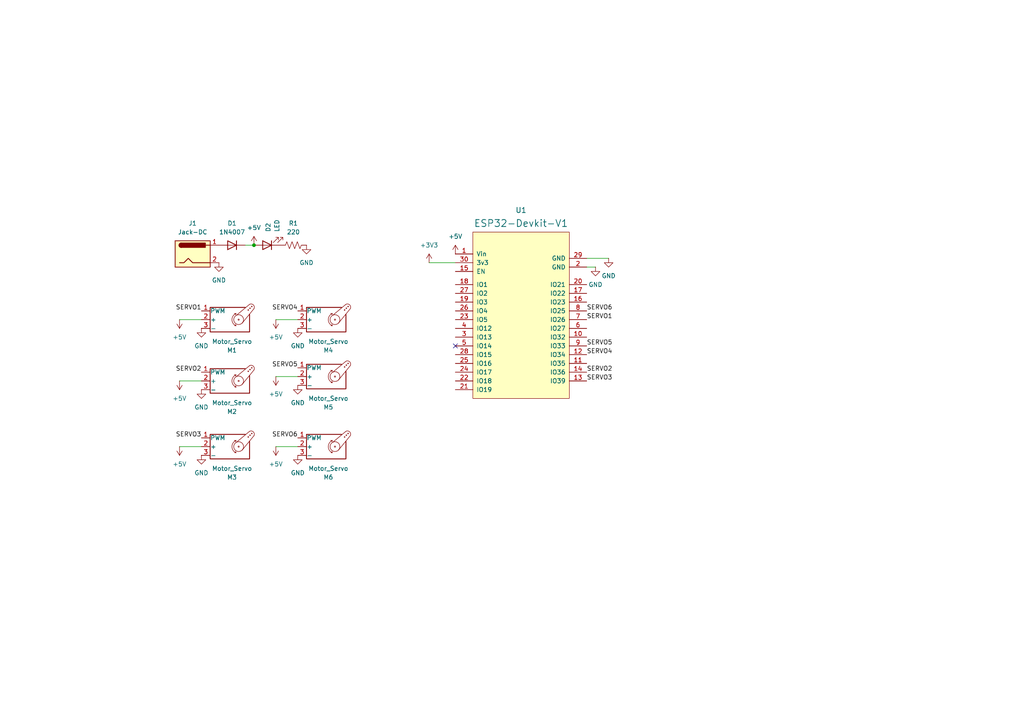
<source format=kicad_sch>
(kicad_sch (version 20231120) (generator "eeschema") (generator_version "8.0")
  (paper "A4")
  (lib_symbols
    (symbol "Connector:Jack-DC" (pin_names (offset 1.016))
      (property "Reference" "J" (at 0 5.334 0))
      (property "Value" "Jack-DC" (at 0 -5.08 0))
      (symbol "Jack-DC_0_1"
        (rectangle (start -5.08 3.81) (end 5.08 -3.81) (stroke (width 0.254)) (fill (type background)))
        (arc (start -3.302 3.175) (mid -3.9343 2.54) (end -3.302 1.905) (stroke (width 0.254)))
        (arc (start -3.302 3.175) (mid -3.9343 2.54) (end -3.302 1.905) (stroke (width 0.254)) (fill (type outline)))
        (polyline (pts (xy 5.08 2.54) (xy 3.81 2.54)) (stroke (width 0.254)))
        (polyline (pts (xy -3.81 -2.54) (xy -2.54 -2.54) (xy -1.27 -1.27) (xy 0 -2.54) (xy 2.54 -2.54) (xy 5.08 -2.54)) (stroke (width 0.254)))
        (rectangle (start 3.683 3.175) (end -3.302 1.905) (stroke (width 0.254)) (fill (type outline)))
      )
      (symbol "Jack-DC_1_1"
        (pin passive line (at 7.62 2.54 180) (length 2.54) (name "~") (number "1"))
        (pin passive line (at 7.62 -2.54 180) (length 2.54) (name "~") (number "2"))
      )
    )
    (symbol "Device:LED" (pin_numbers hide) (pin_names (offset 1.016) hide)
      (property "Reference" "D" (at 0 2.54 0))
      (property "Value" "LED" (at 0 -2.54 0))
      (symbol "LED_0_1"
        (polyline (pts (xy -1.27 -1.27) (xy -1.27 1.27)) (stroke (width 0.254)))
        (polyline (pts (xy -1.27 0) (xy 1.27 0)))
        (polyline (pts (xy 1.27 -1.27) (xy 1.27 1.27) (xy -1.27 0) (xy 1.27 -1.27)) (stroke (width 0.254)))
        (polyline (pts (xy -3.048 -0.762) (xy -4.572 -2.286) (xy -3.81 -2.286) (xy -4.572 -2.286) (xy -4.572 -1.524)))
        (polyline (pts (xy -1.778 -0.762) (xy -3.302 -2.286) (xy -2.54 -2.286) (xy -3.302 -2.286) (xy -3.302 -1.524)))
      )
      (symbol "LED_1_1"
        (pin passive line (at -3.81 0 0) (length 2.54) (name "K") (number "1"))
        (pin passive line (at 3.81 0 180) (length 2.54) (name "A") (number "2"))
      )
    )
    (symbol "Device:R_US" (pin_numbers hide) (pin_names (offset 0))
      (property "Reference" "R" (at 2.54 0 90))
      (property "Value" "R_US" (at -2.54 0 90))
      (symbol "R_US_0_1"
        (polyline (pts (xy 0 -2.286) (xy 0 -2.54)))
        (polyline (pts (xy 0 2.286) (xy 0 2.54)))
        (polyline (pts (xy 0 -0.762) (xy 1.016 -1.143) (xy 0 -1.524) (xy -1.016 -1.905) (xy 0 -2.286)))
        (polyline (pts (xy 0 0.762) (xy 1.016 0.381) (xy 0 0) (xy -1.016 -0.381) (xy 0 -0.762)))
        (polyline (pts (xy 0 2.286) (xy 1.016 1.905) (xy 0 1.524) (xy -1.016 1.143) (xy 0 0.762)))
      )
      (symbol "R_US_1_1"
        (pin passive line (at 0 3.81 270) (length 1.27) (name "~") (number "1"))
        (pin passive line (at 0 -3.81 90) (length 1.27) (name "~") (number "2"))
      )
    )
    (symbol "Diode:1N4007" (pin_numbers hide) (pin_names hide)
      (property "Reference" "D" (at 0 2.54 0))
      (property "Value" "1N4007" (at 0 -2.54 0))
      (symbol "1N4007_0_1"
        (polyline (pts (xy -1.27 1.27) (xy -1.27 -1.27)) (stroke (width 0.254)))
        (polyline (pts (xy 1.27 0) (xy -1.27 0)))
        (polyline (pts (xy 1.27 1.27) (xy 1.27 -1.27) (xy -1.27 0) (xy 1.27 1.27)) (stroke (width 0.254)))
      )
      (symbol "1N4007_1_1"
        (pin passive line (at -3.81 0 0) (length 2.54) (name "K") (number "1"))
        (pin passive line (at 3.81 0 180) (length 2.54) (name "A") (number "2"))
      )
    )
    (symbol "Motor:Motor_Servo" (pin_names (offset 0.0254))
      (property "Reference" "M" (at -5.08 4.445 0))
      (property "Value" "Motor_Servo" (at -5.08 -4.064 0))
      (symbol "Motor_Servo_0_1"
        (polyline (pts (xy 2.413 -1.778) (xy 2.032 -1.778)))
        (polyline (pts (xy 2.413 -1.778) (xy 2.286 -1.397)))
        (polyline (pts (xy 2.413 1.778) (xy 1.905 1.778)))
        (polyline (pts (xy 2.413 1.778) (xy 2.286 1.397)))
        (polyline (pts (xy 6.35 4.445) (xy 2.54 1.27)))
        (polyline (pts (xy 7.62 3.175) (xy 4.191 -1.016)))
        (polyline (pts (xy 5.08 3.556) (xy -5.08 3.556) (xy -5.08 -3.556) (xy 6.35 -3.556) (xy 6.35 1.524)) (stroke (width 0.254)))
        (arc (start 2.413 1.778) (mid 1.2406 0) (end 2.413 -1.778))
        (circle (center 3.175 0) (radius 0.1778))
        (circle (center 3.175 0) (radius 1.4224))
        (circle (center 5.969 2.794) (radius 0.127))
        (circle (center 6.477 3.302) (radius 0.127))
        (circle (center 6.985 3.81) (radius 0.127))
        (arc (start 7.62 3.175) (mid 7.4485 4.2735) (end 6.35 4.445))
      )
      (symbol "Motor_Servo_1_1"
        (pin passive line (at -7.62 2.54 0) (length 2.54) (name "PWM") (number "1"))
        (pin passive line (at -7.62 0 0) (length 2.54) (name "+") (number "2"))
        (pin passive line (at -7.62 -2.54 0) (length 2.54) (name "-") (number "3"))
      )
    )
    (symbol "esp32-devkit-v1:ESP32-Devkit-V1" (pin_names (offset 1.016))
      (property "Reference" "U" (at 13.97 -21.59 0))
      (property "Value" "ESP32-Devkit-V1" (at 13.97 -2.54 0))
      (symbol "ESP32-Devkit-V1_0_1"
        (rectangle (start 0 0) (end 27.94 -48.26) (fill (type background)))
      )
      (symbol "ESP32-Devkit-V1_1_1"
        (pin power_in line (at -5.08 -6.35 0) (length 5.08) (name "Vin") (number "1"))
        (pin bidirectional line (at 33.02 -30.48 180) (length 5.08) (name "IO32") (number "10"))
        (pin bidirectional line (at 33.02 -38.1 180) (length 5.08) (name "IO35") (number "11"))
        (pin bidirectional line (at 33.02 -35.56 180) (length 5.08) (name "IO34") (number "12"))
        (pin bidirectional line (at 33.02 -43.18 180) (length 5.08) (name "IO39") (number "13"))
        (pin bidirectional line (at 33.02 -40.64 180) (length 5.08) (name "IO36") (number "14"))
        (pin input line (at -5.08 -11.43 0) (length 5.08) (name "EN") (number "15"))
        (pin bidirectional line (at 33.02 -20.32 180) (length 5.08) (name "IO23") (number "16"))
        (pin bidirectional line (at 33.02 -17.78 180) (length 5.08) (name "IO22") (number "17"))
        (pin bidirectional line (at -5.08 -15.24 0) (length 5.08) (name "IO1") (number "18"))
        (pin bidirectional line (at -5.08 -20.32 0) (length 5.08) (name "IO3") (number "19"))
        (pin power_out line (at 33.02 -10.16 180) (length 5.08) (name "GND") (number "2"))
        (pin bidirectional line (at 33.02 -15.24 180) (length 5.08) (name "IO21") (number "20"))
        (pin bidirectional line (at -5.08 -45.72 0) (length 5.08) (name "IO19") (number "21"))
        (pin bidirectional line (at -5.08 -43.18 0) (length 5.08) (name "IO18") (number "22"))
        (pin bidirectional line (at -5.08 -25.4 0) (length 5.08) (name "IO5") (number "23"))
        (pin bidirectional line (at -5.08 -40.64 0) (length 5.08) (name "IO17") (number "24"))
        (pin bidirectional line (at -5.08 -38.1 0) (length 5.08) (name "IO16") (number "25"))
        (pin bidirectional line (at -5.08 -22.86 0) (length 5.08) (name "IO4") (number "26"))
        (pin bidirectional line (at -5.08 -17.78 0) (length 5.08) (name "IO2") (number "27"))
        (pin bidirectional line (at -5.08 -35.56 0) (length 5.08) (name "IO15") (number "28"))
        (pin power_out line (at 33.02 -7.62 180) (length 5.08) (name "GND") (number "29"))
        (pin bidirectional line (at -5.08 -30.48 0) (length 5.08) (name "IO13") (number "3"))
        (pin power_out line (at -5.08 -8.89 0) (length 5.08) (name "3v3") (number "30"))
        (pin bidirectional line (at -5.08 -27.94 0) (length 5.08) (name "IO12") (number "4"))
        (pin bidirectional line (at -5.08 -33.02 0) (length 5.08) (name "IO14") (number "5"))
        (pin bidirectional line (at 33.02 -27.94 180) (length 5.08) (name "IO27") (number "6"))
        (pin bidirectional line (at 33.02 -25.4 180) (length 5.08) (name "IO26") (number "7"))
        (pin bidirectional line (at 33.02 -22.86 180) (length 5.08) (name "IO25") (number "8"))
        (pin bidirectional line (at 33.02 -33.02 180) (length 5.08) (name "IO33") (number "9"))
      )
    )
    (symbol "power:+3V3" (power) (pin_numbers hide) (pin_names (offset 0) hide)
      (property "Value" "+3V3" (at 0 3.556 0))
      (symbol "+3V3_0_1"
        (polyline (pts (xy -0.762 1.27) (xy 0 2.54)))
        (polyline (pts (xy 0 0) (xy 0 2.54)))
        (polyline (pts (xy 0 2.54) (xy 0.762 1.27)))
      )
      (symbol "+3V3_1_1"
        (pin power_in line (at 0 0 90) (length 0) (name "~") (number "1"))
      )
    )
    (symbol "power:+5V" (power) (pin_numbers hide) (pin_names (offset 0) hide)
      (property "Value" "+5V" (at 0 3.556 0))
      (symbol "+5V_0_1"
        (polyline (pts (xy -0.762 1.27) (xy 0 2.54)))
        (polyline (pts (xy 0 0) (xy 0 2.54)))
        (polyline (pts (xy 0 2.54) (xy 0.762 1.27)))
      )
      (symbol "+5V_1_1"
        (pin power_in line (at 0 0 90) (length 0) (name "~") (number "1"))
      )
    )
    (symbol "power:GND" (power) (pin_numbers hide) (pin_names (offset 0) hide)
      (property "Value" "GND" (at 0 -3.81 0))
      (symbol "GND_0_1"
        (polyline (pts (xy 0 0) (xy 0 -1.27) (xy 1.27 -1.27) (xy 0 -2.54) (xy -1.27 -1.27) (xy 0 -1.27)))
      )
      (symbol "GND_1_1"
        (pin power_in line (at 0 0 270) (length 0) (name "~") (number "1"))
      )
    )
  )
  (junction (at 73.66 71.12))
  (no_connect (at 132.08 100.33))
  (wire (pts (xy 52.07 129.54) (xy 58.42 129.54)))
  (wire (pts (xy 52.07 110.49) (xy 58.42 110.49)))
  (wire (pts (xy 80.01 92.71) (xy 86.36 92.71)))
  (wire (pts (xy 172.72 77.47) (xy 170.18 77.47)))
  (wire (pts (xy 176.53 74.93) (xy 170.18 74.93)))
  (wire (pts (xy 73.66 71.12) (xy 71.12 71.12)))
  (wire (pts (xy 124.46 76.2) (xy 132.08 76.2)))
  (wire (pts (xy 80.01 109.22) (xy 86.36 109.22)))
  (wire (pts (xy 52.07 92.71) (xy 58.42 92.71)))
  (wire (pts (xy 80.01 129.54) (xy 86.36 129.54)))
  (label "SERVO1" (at 170.18 92.71 0))
  (label "SERVO6" (at 86.36 127 180))
  (label "SERVO5" (at 86.36 106.68 180))
  (label "SERVO1" (at 58.42 90.17 180))
  (label "SERVO6" (at 170.18 90.17 0))
  (label "SERVO3" (at 170.18 110.49 0))
  (label "SERVO5" (at 170.18 100.33 0))
  (label "SERVO3" (at 58.42 127 180))
  (label "SERVO2" (at 58.42 107.95 180))
  (label "SERVO4" (at 86.36 90.17 180))
  (label "SERVO4" (at 170.18 102.87 0))
  (label "SERVO2" (at 170.18 107.95 0))
  (symbol (lib_id "Motor:Motor_Servo") (at 93.98 92.71 0) (unit 1)
    (property "Reference" "M4" (at 95.2389 101.6 0))
    (property "Value" "Motor_Servo" (at 95.2389 99.06 0))
    (property "Footprint" "Connector_PinHeader_2.54mm:PinHeader_1x03_P2.54mm_Vertical" (effects (hide yes)))
    (property "Datasheet" "http://forums.parallax.com/uploads/attachments/46831/74481.png" (effects (hide yes)))
    (property "Description" "Servo Motor (Futaba, HiTec, JR connector)" (effects (hide yes)))
  )
  (symbol (lib_id "power:GND") (at 58.42 95.25 0) (unit 1)
    (property "Reference" "#PWR08" (effects (hide yes)))
    (property "Value" "GND" (at 58.42 100.33 0))
    (property "Description" "Power symbol creates a global label with name \"GND\" , ground" (effects (hide yes)))
  )
  (symbol (lib_id "power:+5V") (at 73.66 71.12 0) (unit 1)
    (property "Reference" "#PWR02" (effects (hide yes)))
    (property "Value" "+5V" (at 73.66 66.04 0))
    (property "Description" "Power symbol creates a global label with name \"+5V\"" (effects (hide yes)))
  )
  (symbol (lib_id "Motor:Motor_Servo") (at 66.04 110.49 0) (unit 1)
    (property "Reference" "M2" (at 67.2989 119.38 0))
    (property "Value" "Motor_Servo" (at 67.2989 116.84 0))
    (property "Footprint" "Connector_PinHeader_2.54mm:PinHeader_1x03_P2.54mm_Vertical" (effects (hide yes)))
    (property "Datasheet" "http://forums.parallax.com/uploads/attachments/46831/74481.png" (effects (hide yes)))
    (property "Description" "Servo Motor (Futaba, HiTec, JR connector)" (effects (hide yes)))
  )
  (symbol (lib_id "power:GND") (at 63.5 76.2 0) (unit 1)
    (property "Reference" "#PWR04" (effects (hide yes)))
    (property "Value" "GND" (at 63.5 81.28 0))
    (property "Description" "Power symbol creates a global label with name \"GND\" , ground" (effects (hide yes)))
  )
  (symbol (lib_id "Motor:Motor_Servo") (at 66.04 129.54 0) (unit 1)
    (property "Reference" "M3" (at 67.2989 138.43 0))
    (property "Value" "Motor_Servo" (at 67.2989 135.89 0))
    (property "Footprint" "Connector_PinHeader_2.54mm:PinHeader_1x03_P2.54mm_Vertical" (effects (hide yes)))
    (property "Datasheet" "http://forums.parallax.com/uploads/attachments/46831/74481.png" (effects (hide yes)))
    (property "Description" "Servo Motor (Futaba, HiTec, JR connector)" (effects (hide yes)))
  )
  (symbol (lib_id "Motor:Motor_Servo") (at 93.98 129.54 0) (unit 1)
    (property "Reference" "M6" (at 95.2389 138.43 0))
    (property "Value" "Motor_Servo" (at 95.2389 135.89 0))
    (property "Footprint" "Connector_PinHeader_2.54mm:PinHeader_1x03_P2.54mm_Vertical" (effects (hide yes)))
    (property "Datasheet" "http://forums.parallax.com/uploads/attachments/46831/74481.png" (effects (hide yes)))
    (property "Description" "Servo Motor (Futaba, HiTec, JR connector)" (effects (hide yes)))
  )
  (symbol (lib_id "power:GND") (at 58.42 113.03 0) (unit 1)
    (property "Reference" "#PWR010" (effects (hide yes)))
    (property "Value" "GND" (at 58.42 118.11 0))
    (property "Description" "Power symbol creates a global label with name \"GND\" , ground" (effects (hide yes)))
  )
  (symbol (lib_id "power:+5V") (at 80.01 92.71 180) (unit 1)
    (property "Reference" "#PWR013" (effects (hide yes)))
    (property "Value" "+5V" (at 80.01 97.79 0))
    (property "Description" "Power symbol creates a global label with name \"+5V\"" (effects (hide yes)))
  )
  (symbol (lib_id "power:+5V") (at 52.07 92.71 180) (unit 1)
    (property "Reference" "#PWR07" (effects (hide yes)))
    (property "Value" "+5V" (at 52.07 97.79 0))
    (property "Description" "Power symbol creates a global label with name \"+5V\"" (effects (hide yes)))
  )
  (symbol (lib_id "Diode:1N4007") (at 67.31 71.12 180) (unit 1)
    (property "Reference" "D1" (at 67.31 64.77 0))
    (property "Value" "1N4007" (at 67.31 67.31 0))
    (property "Footprint" "Diode_THT:D_DO-41_SOD81_P10.16mm_Horizontal" (effects (hide yes)))
    (property "Datasheet" "http://www.vishay.com/docs/88503/1n4001.pdf" (effects (hide yes)))
    (property "Description" "1000V 1A General Purpose Rectifier Diode, DO-41" (effects (hide yes)))
    (property "Sim.Device" "D" (effects (hide yes)))
    (property "Sim.Pins" "1=K 2=A" (effects (hide yes)))
  )
  (symbol (lib_id "power:+5V") (at 52.07 110.49 180) (unit 1)
    (property "Reference" "#PWR09" (effects (hide yes)))
    (property "Value" "+5V" (at 52.07 115.57 0))
    (property "Description" "Power symbol creates a global label with name \"+5V\"" (effects (hide yes)))
  )
  (symbol (lib_id "power:+5V") (at 80.01 109.22 180) (unit 1)
    (property "Reference" "#PWR015" (effects (hide yes)))
    (property "Value" "+5V" (at 80.01 114.3 0))
    (property "Description" "Power symbol creates a global label with name \"+5V\"" (effects (hide yes)))
  )
  (symbol (lib_id "power:GND") (at 172.72 77.47 0) (unit 1)
    (property "Reference" "#PWR05" (effects (hide yes)))
    (property "Value" "GND" (at 172.72 82.55 0))
    (property "Description" "Power symbol creates a global label with name \"GND\" , ground" (effects (hide yes)))
  )
  (symbol (lib_id "power:+5V") (at 80.01 129.54 180) (unit 1)
    (property "Reference" "#PWR017" (effects (hide yes)))
    (property "Value" "+5V" (at 80.01 134.62 0))
    (property "Description" "Power symbol creates a global label with name \"+5V\"" (effects (hide yes)))
  )
  (symbol (lib_id "Connector:Jack-DC") (at 55.88 73.66 0) (unit 1)
    (property "Reference" "J1" (at 55.88 64.77 0))
    (property "Value" "Jack-DC" (at 55.88 67.31 0))
    (property "Footprint" "Connector_BarrelJack:BarrelJack_Horizontal" (effects (hide yes)))
    (property "Description" "DC Barrel Jack" (effects (hide yes)))
  )
  (symbol (lib_id "power:GND") (at 88.9 71.12 0) (unit 1)
    (property "Reference" "#PWR019" (effects (hide yes)))
    (property "Value" "GND" (at 88.9 76.2 0))
    (property "Description" "Power symbol creates a global label with name \"GND\" , ground" (effects (hide yes)))
  )
  (symbol (lib_id "power:GND") (at 86.36 95.25 0) (unit 1)
    (property "Reference" "#PWR014" (effects (hide yes)))
    (property "Value" "GND" (at 86.36 100.33 0))
    (property "Description" "Power symbol creates a global label with name \"GND\" , ground" (effects (hide yes)))
  )
  (symbol (lib_id "power:GND") (at 86.36 132.08 0) (unit 1)
    (property "Reference" "#PWR018" (effects (hide yes)))
    (property "Value" "GND" (at 86.36 137.16 0))
    (property "Description" "Power symbol creates a global label with name \"GND\" , ground" (effects (hide yes)))
  )
  (symbol (lib_id "power:+5V") (at 132.08 73.66 0) (unit 1)
    (property "Reference" "#PWR03" (effects (hide yes)))
    (property "Value" "+5V" (at 132.08 68.58 0))
    (property "Description" "Power symbol creates a global label with name \"+5V\"" (effects (hide yes)))
  )
  (symbol (lib_id "power:+3V3") (at 124.46 76.2 0) (unit 1)
    (property "Reference" "#PWR01" (effects (hide yes)))
    (property "Value" "+3V3" (at 124.46 71.12 0))
    (property "Description" "Power symbol creates a global label with name \"+3V3\"" (effects (hide yes)))
  )
  (symbol (lib_id "power:+5V") (at 52.07 129.54 180) (unit 1)
    (property "Reference" "#PWR011" (effects (hide yes)))
    (property "Value" "+5V" (at 52.07 134.62 0))
    (property "Description" "Power symbol creates a global label with name \"+5V\"" (effects (hide yes)))
  )
  (symbol (lib_id "Motor:Motor_Servo") (at 66.04 92.71 0) (unit 1)
    (property "Reference" "M1" (at 67.2989 101.6 0))
    (property "Value" "Motor_Servo" (at 67.2989 99.06 0))
    (property "Footprint" "Connector_PinHeader_2.54mm:PinHeader_1x03_P2.54mm_Vertical" (effects (hide yes)))
    (property "Datasheet" "http://forums.parallax.com/uploads/attachments/46831/74481.png" (effects (hide yes)))
    (property "Description" "Servo Motor (Futaba, HiTec, JR connector)" (effects (hide yes)))
  )
  (symbol (lib_id "power:GND") (at 86.36 111.76 0) (unit 1)
    (property "Reference" "#PWR016" (effects (hide yes)))
    (property "Value" "GND" (at 86.36 116.84 0))
    (property "Description" "Power symbol creates a global label with name \"GND\" , ground" (effects (hide yes)))
  )
  (symbol (lib_id "power:GND") (at 58.42 132.08 0) (unit 1)
    (property "Reference" "#PWR012" (effects (hide yes)))
    (property "Value" "GND" (at 58.42 137.16 0))
    (property "Description" "Power symbol creates a global label with name \"GND\" , ground" (effects (hide yes)))
  )
  (symbol (lib_id "Device:R_US") (at 85.09 71.12 270) (unit 1)
    (property "Reference" "R1" (at 85.09 64.77 90))
    (property "Value" "220" (at 85.09 67.31 90))
    (property "Footprint" "Resistor_THT:R_Axial_DIN0309_L9.0mm_D3.2mm_P15.24mm_Horizontal" (effects (hide yes)))
    (property "Description" "Resistor, US symbol" (effects (hide yes)))
  )
  (symbol (lib_id "Device:LED") (at 77.47 71.12 180) (unit 1)
    (property "Reference" "D2" (at 77.7874 67.31 90) (effects (justify right)))
    (property "Value" "LED" (at 80.3274 67.31 90) (effects (justify right)))
    (property "Footprint" "LED_THT:LED_D5.0mm" (effects (hide yes)))
    (property "Description" "Light emitting diode" (effects (hide yes)))
  )
  (symbol (lib_id "esp32-devkit-v1:ESP32-Devkit-V1") (at 137.16 67.31 0) (unit 1)
    (property "Reference" "U1" (at 151.13 60.96 0) (effects (font (size 1.524 1.524))))
    (property "Value" "ESP32-Devkit-V1" (at 151.13 64.77 0) (effects (font (size 2.0066 2.0066))))
    (property "Footprint" "DOIT_ESP32:DOIT_ESP32_Devkit_mirko" (effects (hide yes)))
  )
  (symbol (lib_id "Motor:Motor_Servo") (at 93.98 109.22 0) (unit 1)
    (property "Reference" "M5" (at 95.2389 118.11 0))
    (property "Value" "Motor_Servo" (at 95.2389 115.57 0))
    (property "Footprint" "Connector_PinHeader_2.54mm:PinHeader_1x03_P2.54mm_Vertical" (effects (hide yes)))
    (property "Datasheet" "http://forums.parallax.com/uploads/attachments/46831/74481.png" (effects (hide yes)))
    (property "Description" "Servo Motor (Futaba, HiTec, JR connector)" (effects (hide yes)))
  )
  (symbol (lib_id "power:GND") (at 176.53 74.93 0) (unit 1)
    (property "Reference" "#PWR06" (effects (hide yes)))
    (property "Value" "GND" (at 176.53 80.01 0))
    (property "Description" "Power symbol creates a global label with name \"GND\" , ground" (effects (hide yes)))
  )
)
</source>
